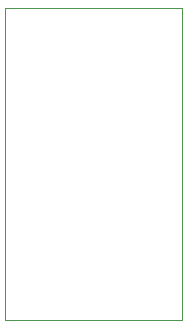
<source format=gbr>
%TF.GenerationSoftware,KiCad,Pcbnew,8.0.4*%
%TF.CreationDate,2024-09-11T18:08:34-07:00*%
%TF.ProjectId,rf-frontend-test,72662d66-726f-46e7-9465-6e642d746573,rev?*%
%TF.SameCoordinates,Original*%
%TF.FileFunction,Profile,NP*%
%FSLAX46Y46*%
G04 Gerber Fmt 4.6, Leading zero omitted, Abs format (unit mm)*
G04 Created by KiCad (PCBNEW 8.0.4) date 2024-09-11 18:08:34*
%MOMM*%
%LPD*%
G01*
G04 APERTURE LIST*
%TA.AperFunction,Profile*%
%ADD10C,0.050000*%
%TD*%
G04 APERTURE END LIST*
D10*
X110400000Y-45900000D02*
X125400000Y-45900000D01*
X125400000Y-72300000D01*
X110400000Y-72300000D01*
X110400000Y-45900000D01*
M02*

</source>
